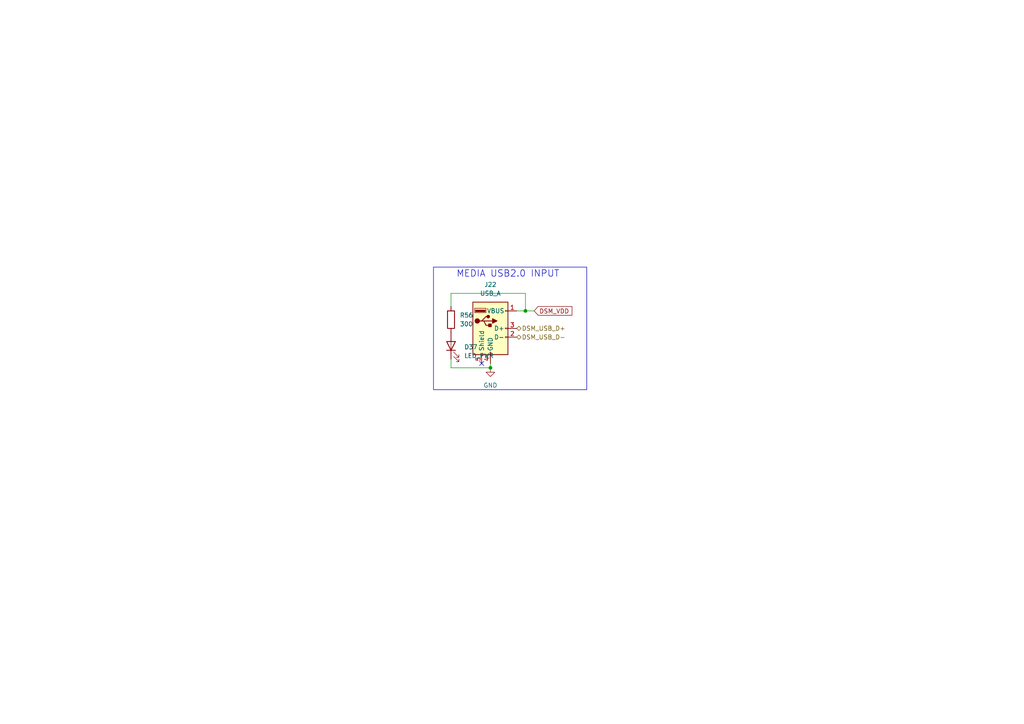
<source format=kicad_sch>
(kicad_sch (version 20250114) (generator "eeschema") (generator_version "9.0")
  (paper "A4")
  (title_block (date "2025-07-21") (rev "2"))
  (lib_symbols
    (symbol "Connector:USB_A" (pin_names (offset 1.016))
      (property "Reference" "J" (at -5.08 11.43 0))
      (property "Value" "USB_A" (at -5.08 8.89 0))
      (symbol "USB_A_0_1"
        (rectangle (start -5.08 -7.62) (end 5.08 7.62) (stroke (width 0.254)) (fill (type background)))
        (circle (center -3.81 2.159) (radius 0.635) (stroke (width 0.254)) (fill (type outline)))
        (polyline (pts (xy -3.175 2.159) (xy -2.54 2.159) (xy -1.27 3.429) (xy -0.635 3.429)) (stroke (width 0.254)))
        (polyline (pts (xy -2.54 2.159) (xy -1.905 2.159) (xy -1.27 0.889) (xy 0 0.889)) (stroke (width 0.254)))
        (rectangle (start -1.524 4.826) (end -4.318 5.334) (fill (type outline)))
        (rectangle (start -1.27 4.572) (end -4.572 5.842))
        (circle (center -0.635 3.429) (radius 0.381) (stroke (width 0.254)) (fill (type outline)))
        (rectangle (start -0.127 -7.62) (end 0.127 -6.858))
        (rectangle (start 0.254 1.27) (end -0.508 0.508) (stroke (width 0.254)) (fill (type outline)))
        (polyline (pts (xy 0.635 2.794) (xy 0.635 1.524) (xy 1.905 2.159) (xy 0.635 2.794)) (stroke (width 0.254)) (fill (type outline)))
        (rectangle (start 5.08 4.953) (end 4.318 5.207))
        (rectangle (start 5.08 -0.127) (end 4.318 0.127))
        (rectangle (start 5.08 -2.667) (end 4.318 -2.413))
      )
      (symbol "USB_A_1_1"
        (polyline (pts (xy -1.905 2.159) (xy 0.635 2.159)) (stroke (width 0.254)))
        (pin passive line (at -2.54 -10.16 90) (length 2.54) (name "Shield") (number "5"))
        (pin power_in line (at 0 -10.16 90) (length 2.54) (name "GND") (number "4"))
        (pin power_in line (at 7.62 5.08 180) (length 2.54) (name "VBUS") (number "1"))
        (pin bidirectional line (at 7.62 0 180) (length 2.54) (name "D+") (number "3"))
        (pin bidirectional line (at 7.62 -2.54 180) (length 2.54) (name "D-") (number "2"))
      )
    )
    (symbol "Device:LED" (pin_numbers (hide yes)) (pin_names (offset 1.016) (hide yes))
      (property "Reference" "D" (at 0 2.54 0))
      (property "Value" "LED" (at 0 -2.54 0))
      (symbol "LED_0_1"
        (polyline (pts (xy -3.048 -0.762) (xy -4.572 -2.286) (xy -3.81 -2.286) (xy -4.572 -2.286) (xy -4.572 -1.524)))
        (polyline (pts (xy -1.778 -0.762) (xy -3.302 -2.286) (xy -2.54 -2.286) (xy -3.302 -2.286) (xy -3.302 -1.524)))
        (polyline (pts (xy -1.27 0) (xy 1.27 0)))
        (polyline (pts (xy -1.27 -1.27) (xy -1.27 1.27)) (stroke (width 0.254)))
        (polyline (pts (xy 1.27 -1.27) (xy 1.27 1.27) (xy -1.27 0) (xy 1.27 -1.27)) (stroke (width 0.254)))
      )
      (symbol "LED_1_1"
        (pin passive line (at -3.81 0 0) (length 2.54) (name "K") (number "1"))
        (pin passive line (at 3.81 0 180) (length 2.54) (name "A") (number "2"))
      )
    )
    (symbol "Device:R" (pin_numbers (hide yes)) (pin_names (offset 0))
      (property "Reference" "R" (at 2.032 0 90))
      (property "Value" "R" (at 0 0 90))
      (symbol "R_0_1"
        (rectangle (start -1.016 -2.54) (end 1.016 2.54) (stroke (width 0.254)))
      )
      (symbol "R_1_1"
        (pin passive line (at 0 3.81 270) (length 1.27) (name "~") (number "1"))
        (pin passive line (at 0 -3.81 90) (length 1.27) (name "~") (number "2"))
      )
    )
    (symbol "power:GND" (power) (pin_numbers (hide yes)) (pin_names (offset 0) (hide yes))
      (property "Value" "GND" (at 0 -3.81 0))
      (symbol "GND_0_1"
        (polyline (pts (xy 0 0) (xy 0 -1.27) (xy 1.27 -1.27) (xy 0 -2.54) (xy -1.27 -1.27) (xy 0 -1.27)))
      )
      (symbol "GND_1_1"
        (pin power_in line (at 0 0 270) (length 0) (name "~") (number "1"))
      )
    )
  )
  (rectangle (start 125.73 77.47) (end 170.18 113.03))
  (text "MEDIA USB2.0 INPUT" (at 147.32 79.502 0) (effects (font (size 1.905 1.905))))
  (junction (at 142.24 106.68))
  (junction (at 152.4 90.17))
  (no_connect (at 139.7 105.41))
  (wire (pts (xy 142.24 106.68) (xy 130.81 106.68)))
  (wire (pts (xy 130.81 106.68) (xy 130.81 104.14)))
  (wire (pts (xy 152.4 85.09) (xy 130.81 85.09)))
  (wire (pts (xy 142.24 106.68) (xy 142.24 105.41)))
  (wire (pts (xy 130.81 85.09) (xy 130.81 88.9)))
  (wire (pts (xy 152.4 90.17) (xy 149.86 90.17)))
  (wire (pts (xy 152.4 90.17) (xy 154.94 90.17)))
  (wire (pts (xy 152.4 85.09) (xy 152.4 90.17)))
  (global_label "DSM_VDD" (shape input) (at 154.94 90.17 0) (property "Intersheetrefs" "${INTERSHEET_REFS}" (effects (hide yes))))
  (hierarchical_label "DSM_USB_D-" (shape bidirectional) (at 149.86 97.79 0))
  (hierarchical_label "DSM_USB_D+" (shape bidirectional) (at 149.86 95.25 0))
  (symbol (lib_id "power:GND") (at 142.24 106.68 0) (unit 1)
    (property "Reference" "#PWR0140" (effects (hide yes)))
    (property "Value" "GND" (at 142.24 111.76 0))
    (property "Description" "Power symbol creates a global label with name \"GND\" , ground" (effects (hide yes)))
  )
  (symbol (lib_id "Device:R") (at 130.81 92.71 180) (unit 1)
    (property "Reference" "R56" (at 133.35 91.4399 0) (effects (justify right)))
    (property "Value" "300" (at 133.35 93.9799 0) (effects (justify right)))
    (property "Footprint" "Resistor_SMD:R_0805_2012Metric_Pad1.20x1.40mm_HandSolder" (effects (hide yes)))
    (property "Description" "Resistor" (effects (hide yes)))
    (property "DigiKey_Part_Number" "311-10.0KCRCT-ND" (effects (hide yes)))
    (property "Price" "0.0129" (effects (hide yes)))
  )
  (symbol (lib_id "Device:LED") (at 130.81 100.33 90) (unit 1)
    (property "Reference" "D37" (at 134.62 100.6474 90) (effects (justify right)))
    (property "Value" "LED_PWR" (at 134.62 103.1874 90) (effects (justify right)))
    (property "Footprint" "LED_SMD:LED_0603_1608Metric" (effects (hide yes)))
    (property "Description" "Light emitting diode" (effects (hide yes)))
    (property "Sim.Pins" "1=K 2=A" (effects (hide yes)))
  )
  (symbol (lib_id "Connector:USB_A") (at 142.24 95.25 0) (unit 1)
    (property "Reference" "J22" (at 142.24 82.55 0))
    (property "Value" "USB_A" (at 142.24 85.09 0))
    (property "Footprint" "Connector_USB:USB_A_CNCTech_1001-011-01101_Horizontal" (effects (hide yes)))
    (property "Description" "USB Type A connector" (effects (hide yes)))
  )
)
</source>
